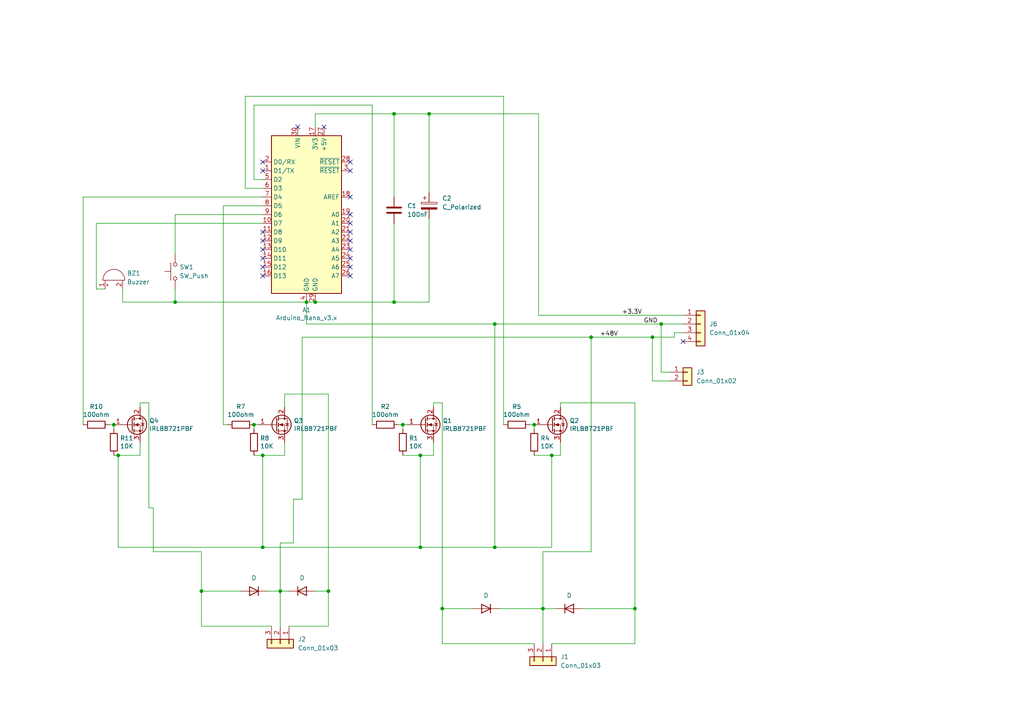
<source format=kicad_sch>
(kicad_sch (version 20250114) (generator "eeschema") (generator_version "9.0")
  (paper "A4")
  (lib_symbols
    (symbol "Connector_Generic:Conn_01x02" (pin_names (offset 1.016) (hide yes))
      (property "Reference" "J" (at 0 2.54 0))
      (property "Value" "Conn_01x02" (at 0 -5.08 0))
      (symbol "Conn_01x02_1_1"
        (rectangle (start -1.27 1.27) (end 1.27 -3.81) (stroke (width 0.254)) (fill (type background)))
        (rectangle (start -1.27 0.127) (end 0 -0.127) (stroke (width 0.1524)))
        (rectangle (start -1.27 -2.413) (end 0 -2.667) (stroke (width 0.1524)))
        (pin passive line (at -5.08 0 0) (length 3.81) (name "Pin_1") (number "1"))
        (pin passive line (at -5.08 -2.54 0) (length 3.81) (name "Pin_2") (number "2"))
      )
    )
    (symbol "Connector_Generic:Conn_01x03" (pin_names (offset 1.016) (hide yes))
      (property "Reference" "J" (at 0 5.08 0))
      (property "Value" "Conn_01x03" (at 0 -5.08 0))
      (symbol "Conn_01x03_1_1"
        (rectangle (start -1.27 3.81) (end 1.27 -3.81) (stroke (width 0.254)) (fill (type background)))
        (rectangle (start -1.27 2.667) (end 0 2.413) (stroke (width 0.1524)))
        (rectangle (start -1.27 0.127) (end 0 -0.127) (stroke (width 0.1524)))
        (rectangle (start -1.27 -2.413) (end 0 -2.667) (stroke (width 0.1524)))
        (pin passive line (at -5.08 2.54 0) (length 3.81) (name "Pin_1") (number "1"))
        (pin passive line (at -5.08 0 0) (length 3.81) (name "Pin_2") (number "2"))
        (pin passive line (at -5.08 -2.54 0) (length 3.81) (name "Pin_3") (number "3"))
      )
    )
    (symbol "Connector_Generic:Conn_01x04" (pin_names (offset 1.016) (hide yes))
      (property "Reference" "J" (at 0 5.08 0))
      (property "Value" "Conn_01x04" (at 0 -7.62 0))
      (symbol "Conn_01x04_1_1"
        (rectangle (start -1.27 3.81) (end 1.27 -6.35) (stroke (width 0.254)) (fill (type background)))
        (rectangle (start -1.27 2.667) (end 0 2.413) (stroke (width 0.1524)))
        (rectangle (start -1.27 0.127) (end 0 -0.127) (stroke (width 0.1524)))
        (rectangle (start -1.27 -2.413) (end 0 -2.667) (stroke (width 0.1524)))
        (rectangle (start -1.27 -4.953) (end 0 -5.207) (stroke (width 0.1524)))
        (pin passive line (at -5.08 2.54 0) (length 3.81) (name "Pin_1") (number "1"))
        (pin passive line (at -5.08 0 0) (length 3.81) (name "Pin_2") (number "2"))
        (pin passive line (at -5.08 -2.54 0) (length 3.81) (name "Pin_3") (number "3"))
        (pin passive line (at -5.08 -5.08 0) (length 3.81) (name "Pin_4") (number "4"))
      )
    )
    (symbol "Device:Buzzer" (pin_names (offset 0.0254) (hide yes))
      (property "Reference" "BZ" (at 3.81 1.27 0))
      (property "Value" "Buzzer" (at 3.81 -1.27 0))
      (symbol "Buzzer_0_1"
        (polyline (pts (xy -1.651 1.905) (xy -1.143 1.905)))
        (polyline (pts (xy -1.397 2.159) (xy -1.397 1.651)))
        (arc (start 0 3.175) (mid 3.1612 0) (end 0 -3.175))
        (polyline (pts (xy 0 3.175) (xy 0 -3.175)))
      )
      (symbol "Buzzer_1_1"
        (pin passive line (at -2.54 2.54 0) (length 2.54) (name "+") (number "1"))
        (pin passive line (at -2.54 -2.54 0) (length 2.54) (name "-") (number "2"))
      )
    )
    (symbol "Device:C" (pin_numbers (hide yes)) (pin_names (offset 0.254))
      (property "Reference" "C" (at 0.635 2.54 0))
      (property "Value" "C" (at 0.635 -2.54 0))
      (symbol "C_0_1"
        (polyline (pts (xy -2.032 0.762) (xy 2.032 0.762)) (stroke (width 0.508)))
        (polyline (pts (xy -2.032 -0.762) (xy 2.032 -0.762)) (stroke (width 0.508)))
      )
      (symbol "C_1_1"
        (pin passive line (at 0 3.81 270) (length 2.794) (name "~") (number "1"))
        (pin passive line (at 0 -3.81 90) (length 2.794) (name "~") (number "2"))
      )
    )
    (symbol "Device:C_Polarized" (pin_numbers (hide yes)) (pin_names (offset 0.254))
      (property "Reference" "C" (at 0.635 2.54 0))
      (property "Value" "C_Polarized" (at 0.635 -2.54 0))
      (symbol "C_Polarized_0_1"
        (rectangle (start -2.286 0.508) (end 2.286 1.016))
        (polyline (pts (xy -1.778 2.286) (xy -0.762 2.286)))
        (polyline (pts (xy -1.27 2.794) (xy -1.27 1.778)))
        (rectangle (start 2.286 -0.508) (end -2.286 -1.016) (fill (type outline)))
      )
      (symbol "C_Polarized_1_1"
        (pin passive line (at 0 3.81 270) (length 2.794) (name "~") (number "1"))
        (pin passive line (at 0 -3.81 90) (length 2.794) (name "~") (number "2"))
      )
    )
    (symbol "Device:D" (pin_numbers (hide yes)) (pin_names (offset 1.016) (hide yes))
      (property "Reference" "D" (at 0 2.54 0))
      (property "Value" "D" (at 0 -2.54 0))
      (symbol "D_0_1"
        (polyline (pts (xy -1.27 1.27) (xy -1.27 -1.27)) (stroke (width 0.254)))
        (polyline (pts (xy 1.27 1.27) (xy 1.27 -1.27) (xy -1.27 0) (xy 1.27 1.27)) (stroke (width 0.254)))
        (polyline (pts (xy 1.27 0) (xy -1.27 0)))
      )
      (symbol "D_1_1"
        (pin passive line (at -3.81 0 0) (length 2.54) (name "K") (number "1"))
        (pin passive line (at 3.81 0 180) (length 2.54) (name "A") (number "2"))
      )
    )
    (symbol "Device:R" (pin_numbers (hide yes)) (pin_names (offset 0))
      (property "Reference" "R" (at 2.032 0 90))
      (property "Value" "R" (at 0 0 90))
      (symbol "R_0_1"
        (rectangle (start -1.016 -2.54) (end 1.016 2.54) (stroke (width 0.254)))
      )
      (symbol "R_1_1"
        (pin passive line (at 0 3.81 270) (length 1.27) (name "~") (number "1"))
        (pin passive line (at 0 -3.81 90) (length 1.27) (name "~") (number "2"))
      )
    )
    (symbol "MCU_Module:Arduino_Nano_v3.x"
      (property "Reference" "A" (at -10.16 23.495 0))
      (property "Value" "Arduino_Nano_v3.x" (at 5.08 -24.13 0))
      (symbol "Arduino_Nano_v3.x_0_1"
        (rectangle (start -10.16 22.86) (end 10.16 -22.86) (stroke (width 0.254)) (fill (type background)))
      )
      (symbol "Arduino_Nano_v3.x_1_1"
        (pin bidirectional line (at -12.7 15.24 0) (length 2.54) (name "D0/RX") (number "2"))
        (pin bidirectional line (at -12.7 12.7 0) (length 2.54) (name "D1/TX") (number "1"))
        (pin bidirectional line (at -12.7 10.16 0) (length 2.54) (name "D2") (number "5"))
        (pin bidirectional line (at -12.7 7.62 0) (length 2.54) (name "D3") (number "6"))
        (pin bidirectional line (at -12.7 5.08 0) (length 2.54) (name "D4") (number "7"))
        (pin bidirectional line (at -12.7 2.54 0) (length 2.54) (name "D5") (number "8"))
        (pin bidirectional line (at -12.7 0 0) (length 2.54) (name "D6") (number "9"))
        (pin bidirectional line (at -12.7 -2.54 0) (length 2.54) (name "D7") (number "10"))
        (pin bidirectional line (at -12.7 -5.08 0) (length 2.54) (name "D8") (number "11"))
        (pin bidirectional line (at -12.7 -7.62 0) (length 2.54) (name "D9") (number "12"))
        (pin bidirectional line (at -12.7 -10.16 0) (length 2.54) (name "D10") (number "13"))
        (pin bidirectional line (at -12.7 -12.7 0) (length 2.54) (name "D11") (number "14"))
        (pin bidirectional line (at -12.7 -15.24 0) (length 2.54) (name "D12") (number "15"))
        (pin bidirectional line (at -12.7 -17.78 0) (length 2.54) (name "D13") (number "16"))
        (pin power_in line (at -2.54 25.4 270) (length 2.54) (name "VIN") (number "30"))
        (pin power_in line (at 0 -25.4 90) (length 2.54) (name "GND") (number "4"))
        (pin power_out line (at 2.54 25.4 270) (length 2.54) (name "3V3") (number "17"))
        (pin power_in line (at 2.54 -25.4 90) (length 2.54) (name "GND") (number "29"))
        (pin power_out line (at 5.08 25.4 270) (length 2.54) (name "+5V") (number "27"))
        (pin input line (at 12.7 15.24 180) (length 2.54) (name "~{RESET}") (number "28"))
        (pin input line (at 12.7 12.7 180) (length 2.54) (name "~{RESET}") (number "3"))
        (pin input line (at 12.7 5.08 180) (length 2.54) (name "AREF") (number "18"))
        (pin bidirectional line (at 12.7 0 180) (length 2.54) (name "A0") (number "19"))
        (pin bidirectional line (at 12.7 -2.54 180) (length 2.54) (name "A1") (number "20"))
        (pin bidirectional line (at 12.7 -5.08 180) (length 2.54) (name "A2") (number "21"))
        (pin bidirectional line (at 12.7 -7.62 180) (length 2.54) (name "A3") (number "22"))
        (pin bidirectional line (at 12.7 -10.16 180) (length 2.54) (name "A4") (number "23"))
        (pin bidirectional line (at 12.7 -12.7 180) (length 2.54) (name "A5") (number "24"))
        (pin bidirectional line (at 12.7 -15.24 180) (length 2.54) (name "A6") (number "25"))
        (pin bidirectional line (at 12.7 -17.78 180) (length 2.54) (name "A7") (number "26"))
      )
    )
    (symbol "Switch:SW_Push" (pin_numbers (hide yes)) (pin_names (offset 1.016) (hide yes))
      (property "Reference" "SW" (at 1.27 2.54 0))
      (property "Value" "SW_Push" (at 0 -1.524 0))
      (symbol "SW_Push_0_1"
        (circle (center -2.032 0) (radius 0.508))
        (polyline (pts (xy 0 1.27) (xy 0 3.048)))
        (circle (center 2.032 0) (radius 0.508))
        (polyline (pts (xy 2.54 1.27) (xy -2.54 1.27)))
        (pin passive line (at -5.08 0 0) (length 2.54) (name "1") (number "1"))
        (pin passive line (at 5.08 0 180) (length 2.54) (name "2") (number "2"))
      )
    )
    (symbol "Transistor_FET:IRLZ34N" (pin_names (hide yes))
      (property "Reference" "Q" (at 5.08 1.905 0))
      (property "Value" "IRLZ34N" (at 5.08 0 0))
      (symbol "IRLZ34N_0_1"
        (polyline (pts (xy 0.254 1.905) (xy 0.254 -1.905)) (stroke (width 0.254)))
        (polyline (pts (xy 0.254 0) (xy -2.54 0)))
        (polyline (pts (xy 0.762 2.286) (xy 0.762 1.27)) (stroke (width 0.254)))
        (polyline (pts (xy 0.762 0.508) (xy 0.762 -0.508)) (stroke (width 0.254)))
        (polyline (pts (xy 0.762 -1.27) (xy 0.762 -2.286)) (stroke (width 0.254)))
        (polyline (pts (xy 0.762 -1.778) (xy 3.302 -1.778) (xy 3.302 1.778) (xy 0.762 1.778)))
        (polyline (pts (xy 1.016 0) (xy 2.032 0.381) (xy 2.032 -0.381) (xy 1.016 0)) (fill (type outline)))
        (circle (center 1.651 0) (radius 2.794) (stroke (width 0.254)))
        (polyline (pts (xy 2.54 2.54) (xy 2.54 1.778)))
        (circle (center 2.54 1.778) (radius 0.254) (fill (type outline)))
        (circle (center 2.54 -1.778) (radius 0.254) (fill (type outline)))
        (polyline (pts (xy 2.54 -2.54) (xy 2.54 0) (xy 0.762 0)))
        (polyline (pts (xy 2.794 0.508) (xy 2.921 0.381) (xy 3.683 0.381) (xy 3.81 0.254)))
        (polyline (pts (xy 3.302 0.381) (xy 2.921 -0.254) (xy 3.683 -0.254) (xy 3.302 0.381)))
      )
      (symbol "IRLZ34N_1_1"
        (pin input line (at -5.08 0 0) (length 2.54) (name "G") (number "1"))
        (pin passive line (at 2.54 5.08 270) (length 2.54) (name "D") (number "2"))
        (pin passive line (at 2.54 -5.08 90) (length 2.54) (name "S") (number "3"))
      )
    )
  )
  (junction (at 157.48 176.53))
  (junction (at 114.3 33.02))
  (junction (at 76.2 158.75))
  (junction (at 88.9 87.63))
  (junction (at 34.29 132.08))
  (junction (at 91.44 87.63))
  (junction (at 114.3 87.63))
  (junction (at 81.28 171.45))
  (junction (at 73.66 123.19))
  (junction (at 160.02 132.08))
  (junction (at 189.23 97.79))
  (junction (at 116.84 123.19))
  (junction (at 33.02 123.19))
  (junction (at 121.92 158.75))
  (junction (at 121.92 132.08))
  (junction (at 124.46 33.02))
  (junction (at 76.2 132.08))
  (junction (at 184.15 176.53))
  (junction (at 171.45 97.79))
  (junction (at 143.51 158.75))
  (junction (at 58.42 171.45))
  (junction (at 50.8 87.63))
  (junction (at 191.77 93.98))
  (junction (at 95.25 171.45))
  (junction (at 154.94 123.19))
  (junction (at 143.51 93.98))
  (junction (at 128.27 176.53))
  (no_connect (at 101.6 46.99))
  (no_connect (at 101.6 49.53))
  (no_connect (at 86.36 36.83))
  (no_connect (at 76.2 77.47))
  (no_connect (at 101.6 62.23))
  (no_connect (at 76.2 72.39))
  (no_connect (at 76.2 49.53))
  (no_connect (at 101.6 64.77))
  (no_connect (at 198.12 99.06))
  (no_connect (at 101.6 80.01))
  (no_connect (at 101.6 69.85))
  (no_connect (at 101.6 67.31))
  (no_connect (at 76.2 46.99))
  (no_connect (at 101.6 77.47))
  (no_connect (at 93.98 36.83))
  (no_connect (at 101.6 72.39))
  (no_connect (at 76.2 74.93))
  (no_connect (at 76.2 69.85))
  (no_connect (at 76.2 67.31))
  (no_connect (at 101.6 57.15))
  (no_connect (at 101.6 74.93))
  (no_connect (at 76.2 80.01))
  (wire (pts (xy 95.25 114.3) (xy 82.55 114.3)))
  (wire (pts (xy 77.47 171.45) (xy 81.28 171.45)))
  (wire (pts (xy 88.9 87.63) (xy 91.44 87.63)))
  (wire (pts (xy 76.2 158.75) (xy 121.92 158.75)))
  (wire (pts (xy 128.27 176.53) (xy 128.27 186.69)))
  (wire (pts (xy 168.91 176.53) (xy 184.15 176.53)))
  (wire (pts (xy 44.45 160.02) (xy 58.42 160.02)))
  (wire (pts (xy 125.73 116.84) (xy 125.73 118.11)))
  (wire (pts (xy 128.27 176.53) (xy 137.16 176.53)))
  (wire (pts (xy 34.29 132.08) (xy 40.64 132.08)))
  (wire (pts (xy 58.42 181.61) (xy 78.74 181.61)))
  (wire (pts (xy 27.94 83.82) (xy 30.48 83.82)))
  (wire (pts (xy 87.63 144.78) (xy 85.09 144.78)))
  (wire (pts (xy 162.56 132.08) (xy 162.56 128.27)))
  (wire (pts (xy 184.15 176.53) (xy 184.15 186.69)))
  (wire (pts (xy 95.25 114.3) (xy 95.25 171.45)))
  (wire (pts (xy 43.18 147.32) (xy 43.18 116.84)))
  (wire (pts (xy 116.84 123.19) (xy 118.11 123.19)))
  (wire (pts (xy 95.25 181.61) (xy 83.82 181.61)))
  (wire (pts (xy 73.66 30.48) (xy 73.66 52.07)))
  (wire (pts (xy 171.45 97.79) (xy 189.23 97.79)))
  (wire (pts (xy 191.77 93.98) (xy 191.77 107.95)))
  (wire (pts (xy 171.45 160.02) (xy 157.48 160.02)))
  (wire (pts (xy 34.29 158.75) (xy 76.2 158.75)))
  (wire (pts (xy 64.77 59.69) (xy 64.77 123.19)))
  (wire (pts (xy 91.44 33.02) (xy 114.3 33.02)))
  (wire (pts (xy 143.51 93.98) (xy 143.51 158.75)))
  (wire (pts (xy 81.28 157.48) (xy 81.28 171.45)))
  (wire (pts (xy 124.46 33.02) (xy 156.21 33.02)))
  (wire (pts (xy 76.2 132.08) (xy 76.2 158.75)))
  (wire (pts (xy 195.58 97.79) (xy 195.58 96.52)))
  (wire (pts (xy 31.75 123.19) (xy 33.02 123.19)))
  (wire (pts (xy 24.13 57.15) (xy 24.13 123.19)))
  (wire (pts (xy 71.12 54.61) (xy 76.2 54.61)))
  (wire (pts (xy 91.44 87.63) (xy 114.3 87.63)))
  (wire (pts (xy 125.73 132.08) (xy 125.73 128.27)))
  (wire (pts (xy 128.27 116.84) (xy 128.27 176.53)))
  (wire (pts (xy 146.05 27.94) (xy 146.05 123.19)))
  (wire (pts (xy 128.27 186.69) (xy 154.94 186.69)))
  (wire (pts (xy 34.29 132.08) (xy 34.29 158.75)))
  (wire (pts (xy 156.21 33.02) (xy 156.21 91.44)))
  (wire (pts (xy 88.9 93.98) (xy 143.51 93.98)))
  (wire (pts (xy 87.63 97.79) (xy 171.45 97.79)))
  (wire (pts (xy 114.3 33.02) (xy 124.46 33.02)))
  (wire (pts (xy 73.66 132.08) (xy 76.2 132.08)))
  (wire (pts (xy 143.51 158.75) (xy 160.02 158.75)))
  (wire (pts (xy 71.12 27.94) (xy 146.05 27.94)))
  (wire (pts (xy 50.8 87.63) (xy 88.9 87.63)))
  (wire (pts (xy 157.48 160.02) (xy 157.48 176.53)))
  (wire (pts (xy 189.23 97.79) (xy 189.23 110.49)))
  (wire (pts (xy 40.64 132.08) (xy 40.64 128.27)))
  (wire (pts (xy 76.2 132.08) (xy 82.55 132.08)))
  (wire (pts (xy 162.56 116.84) (xy 162.56 118.11)))
  (wire (pts (xy 85.09 157.48) (xy 81.28 157.48)))
  (wire (pts (xy 121.92 158.75) (xy 143.51 158.75)))
  (wire (pts (xy 27.94 64.77) (xy 27.94 83.82)))
  (wire (pts (xy 144.78 176.53) (xy 157.48 176.53)))
  (wire (pts (xy 157.48 176.53) (xy 157.48 186.69)))
  (wire (pts (xy 58.42 160.02) (xy 58.42 171.45)))
  (wire (pts (xy 91.44 171.45) (xy 95.25 171.45)))
  (wire (pts (xy 124.46 87.63) (xy 124.46 63.5)))
  (wire (pts (xy 116.84 123.19) (xy 116.84 124.46)))
  (wire (pts (xy 95.25 171.45) (xy 95.25 181.61)))
  (wire (pts (xy 85.09 144.78) (xy 85.09 157.48)))
  (wire (pts (xy 64.77 123.19) (xy 66.04 123.19)))
  (wire (pts (xy 198.12 93.98) (xy 191.77 93.98)))
  (wire (pts (xy 121.92 132.08) (xy 125.73 132.08)))
  (wire (pts (xy 82.55 114.3) (xy 82.55 118.11)))
  (wire (pts (xy 44.45 147.32) (xy 44.45 160.02)))
  (wire (pts (xy 184.15 186.69) (xy 160.02 186.69)))
  (wire (pts (xy 35.56 87.63) (xy 35.56 83.82)))
  (wire (pts (xy 160.02 132.08) (xy 160.02 158.75)))
  (wire (pts (xy 116.84 132.08) (xy 121.92 132.08)))
  (wire (pts (xy 76.2 62.23) (xy 50.8 62.23)))
  (wire (pts (xy 124.46 33.02) (xy 124.46 55.88)))
  (wire (pts (xy 128.27 116.84) (xy 125.73 116.84)))
  (wire (pts (xy 121.92 132.08) (xy 121.92 158.75)))
  (wire (pts (xy 171.45 97.79) (xy 171.45 160.02)))
  (wire (pts (xy 73.66 52.07) (xy 76.2 52.07)))
  (wire (pts (xy 184.15 116.84) (xy 162.56 116.84)))
  (wire (pts (xy 194.31 107.95) (xy 191.77 107.95)))
  (wire (pts (xy 50.8 62.23) (xy 50.8 73.66)))
  (wire (pts (xy 156.21 91.44) (xy 198.12 91.44)))
  (wire (pts (xy 71.12 27.94) (xy 71.12 54.61)))
  (wire (pts (xy 35.56 87.63) (xy 50.8 87.63)))
  (wire (pts (xy 114.3 87.63) (xy 124.46 87.63)))
  (wire (pts (xy 91.44 33.02) (xy 91.44 36.83)))
  (wire (pts (xy 24.13 57.15) (xy 76.2 57.15)))
  (wire (pts (xy 157.48 176.53) (xy 161.29 176.53)))
  (wire (pts (xy 115.57 123.19) (xy 116.84 123.19)))
  (wire (pts (xy 189.23 97.79) (xy 195.58 97.79)))
  (wire (pts (xy 82.55 132.08) (xy 82.55 128.27)))
  (wire (pts (xy 81.28 171.45) (xy 83.82 171.45)))
  (wire (pts (xy 33.02 132.08) (xy 34.29 132.08)))
  (wire (pts (xy 88.9 87.63) (xy 88.9 93.98)))
  (wire (pts (xy 107.95 30.48) (xy 107.95 123.19)))
  (wire (pts (xy 33.02 123.19) (xy 33.02 124.46)))
  (wire (pts (xy 154.94 123.19) (xy 154.94 124.46)))
  (wire (pts (xy 73.66 123.19) (xy 74.93 123.19)))
  (wire (pts (xy 58.42 171.45) (xy 69.85 171.45)))
  (wire (pts (xy 81.28 171.45) (xy 81.28 181.61)))
  (wire (pts (xy 114.3 33.02) (xy 114.3 57.15)))
  (wire (pts (xy 50.8 83.82) (xy 50.8 87.63)))
  (wire (pts (xy 154.94 132.08) (xy 160.02 132.08)))
  (wire (pts (xy 73.66 123.19) (xy 73.66 124.46)))
  (wire (pts (xy 43.18 116.84) (xy 40.64 116.84)))
  (wire (pts (xy 27.94 64.77) (xy 76.2 64.77)))
  (wire (pts (xy 73.66 30.48) (xy 107.95 30.48)))
  (wire (pts (xy 44.45 147.32) (xy 43.18 147.32)))
  (wire (pts (xy 40.64 116.84) (xy 40.64 118.11)))
  (wire (pts (xy 153.67 123.19) (xy 154.94 123.19)))
  (wire (pts (xy 184.15 116.84) (xy 184.15 176.53)))
  (wire (pts (xy 191.77 93.98) (xy 143.51 93.98)))
  (wire (pts (xy 194.31 110.49) (xy 189.23 110.49)))
  (wire (pts (xy 114.3 64.77) (xy 114.3 87.63)))
  (wire (pts (xy 160.02 132.08) (xy 162.56 132.08)))
  (wire (pts (xy 195.58 96.52) (xy 198.12 96.52)))
  (wire (pts (xy 64.77 59.69) (xy 76.2 59.69)))
  (wire (pts (xy 87.63 97.79) (xy 87.63 144.78)))
  (wire (pts (xy 58.42 171.45) (xy 58.42 181.61)))
  (label "+3.3V" (at 180.34 91.44 0))
  (label "+48V" (at 173.99 97.79 0))
  (label "GND" (at 186.69 93.98 0))
  (symbol (lib_id "MCU_Module:Arduino_Nano_v3.x") (at 88.9 62.23 0) (unit 1)
    (property "Reference" "A1" (at 88.9 89.8906 0))
    (property "Value" "Arduino_Nano_v3.x" (at 88.9 92.202 0))
    (property "Footprint" "Module:Arduino_Nano" (effects (hide yes)))
    (property "Datasheet" "http://www.mouser.com/pdfdocs/Gravitech_Arduino_Nano3_0.pdf" (effects (hide yes)))
  )
  (symbol (lib_id "Transistor_FET:IRLZ34N") (at 123.19 123.19 0) (unit 1)
    (property "Reference" "Q1" (at 128.3716 122.0216 0) (effects (justify left)))
    (property "Value" "IRLB8721PBF" (at 128.3716 124.333 0) (effects (justify left)))
    (property "Footprint" "Package_TO_SOT_THT:TO-220-3_Vertical" (effects (hide yes)))
    (property "Datasheet" "http://www.infineon.com/dgdl/irlz34npbf.pdf?fileId=5546d462533600a40153567206892720" (effects (hide yes)))
  )
  (symbol (lib_id "Device:R") (at 111.76 123.19 270) (unit 1)
    (property "Reference" "R2" (at 111.76 117.9322 90))
    (property "Value" "100ohm" (at 111.76 120.2436 90))
    (property "Footprint" "Resistor_THT:R_Axial_DIN0204_L3.6mm_D1.6mm_P7.62mm_Horizontal" (effects (hide yes)))
  )
  (symbol (lib_id "Device:R") (at 116.84 128.27 0) (unit 1)
    (property "Reference" "R1" (at 118.618 127.1016 0) (effects (justify left)))
    (property "Value" "10K" (at 118.618 129.413 0) (effects (justify left)))
    (property "Footprint" "Resistor_THT:R_Axial_DIN0204_L3.6mm_D1.6mm_P7.62mm_Horizontal" (effects (hide yes)))
  )
  (symbol (lib_id "Device:R") (at 154.94 128.27 0) (unit 1)
    (property "Reference" "R4" (at 156.718 127.1016 0) (effects (justify left)))
    (property "Value" "10K" (at 156.718 129.413 0) (effects (justify left)))
    (property "Footprint" "Resistor_THT:R_Axial_DIN0204_L3.6mm_D1.6mm_P7.62mm_Horizontal" (effects (hide yes)))
  )
  (symbol (lib_id "Device:R") (at 149.86 123.19 270) (unit 1)
    (property "Reference" "R5" (at 149.86 117.9322 90))
    (property "Value" "100ohm" (at 149.86 120.2436 90))
    (property "Footprint" "Resistor_THT:R_Axial_DIN0204_L3.6mm_D1.6mm_P7.62mm_Horizontal" (effects (hide yes)))
  )
  (symbol (lib_id "Transistor_FET:IRLZ34N") (at 160.02 123.19 0) (unit 1)
    (property "Reference" "Q2" (at 165.2016 122.0216 0) (effects (justify left)))
    (property "Value" "IRLB8721PBF" (at 165.2016 124.333 0) (effects (justify left)))
    (property "Footprint" "Package_TO_SOT_THT:TO-220-3_Vertical" (effects (hide yes)))
    (property "Datasheet" "http://www.infineon.com/dgdl/irlz34npbf.pdf?fileId=5546d462533600a40153567206892720" (effects (hide yes)))
  )
  (symbol (lib_id "Device:D") (at 165.1 176.53 0) (unit 1)
    (property "Reference" "D2" (effects (hide yes)))
    (property "Value" "D" (at 165.1 172.72 0))
    (property "Footprint" "Diode_THT:D_A-405_P2.54mm_Vertical_AnodeUp" (effects (hide yes)))
    (property "Description" "Diode" (effects (hide yes)))
    (property "Sim.Device" "D" (effects (hide yes)))
    (property "Sim.Pins" "1=K 2=A" (effects (hide yes)))
  )
  (symbol (lib_id "Connector_Generic:Conn_01x03") (at 157.48 191.77 270) (unit 1)
    (property "Reference" "J1" (at 162.56 190.4999 90) (effects (justify left)))
    (property "Value" "Conn_01x03" (at 162.56 193.0399 90) (effects (justify left)))
    (property "Footprint" "Connector_Molex:Molex_KK-254_AE-6410-03A_1x03_P2.54mm_Vertical" (effects (hide yes)))
    (property "Description" "Generic connector, single row, 01x03, script generated (kicad-library-utils/schlib/autogen/connector/)" (effects (hide yes)))
  )
  (symbol (lib_id "Device:C") (at 114.3 60.96 0) (unit 1)
    (property "Reference" "C1" (at 118.11 59.6899 0) (effects (justify left)))
    (property "Value" "100nF" (at 118.11 62.2299 0) (effects (justify left)))
    (property "Footprint" "Capacitor_THT:C_Disc_D3.0mm_W1.6mm_P2.50mm" (effects (hide yes)))
    (property "Description" "Unpolarized capacitor" (effects (hide yes)))
  )
  (symbol (lib_id "Connector_Generic:Conn_01x03") (at 81.28 186.69 270) (unit 1)
    (property "Reference" "J2" (at 86.36 185.4199 90) (effects (justify left)))
    (property "Value" "Conn_01x03" (at 86.36 187.9599 90) (effects (justify left)))
    (property "Footprint" "Connector_Molex:Molex_KK-254_AE-6410-03A_1x03_P2.54mm_Vertical" (effects (hide yes)))
    (property "Description" "Generic connector, single row, 01x03, script generated (kicad-library-utils/schlib/autogen/connector/)" (effects (hide yes)))
  )
  (symbol (lib_id "Connector_Generic:Conn_01x02") (at 199.39 107.95 0) (unit 1)
    (property "Reference" "J3" (at 201.93 107.9499 0) (effects (justify left)))
    (property "Value" "Conn_01x02" (at 201.93 110.4899 0) (effects (justify left)))
    (property "Footprint" "Connector_Molex:Molex_KK-254_AE-6410-02A_1x02_P2.54mm_Vertical" (effects (hide yes)))
    (property "Description" "Generic connector, single row, 01x02, script generated (kicad-library-utils/schlib/autogen/connector/)" (effects (hide yes)))
  )
  (symbol (lib_id "Transistor_FET:IRLZ34N") (at 38.1 123.19 0) (unit 1)
    (property "Reference" "Q4" (at 43.2816 122.0216 0) (effects (justify left)))
    (property "Value" "IRLB8721PBF" (at 43.2816 124.333 0) (effects (justify left)))
    (property "Footprint" "Package_TO_SOT_THT:TO-220-3_Vertical" (effects (hide yes)))
    (property "Datasheet" "http://www.infineon.com/dgdl/irlz34npbf.pdf?fileId=5546d462533600a40153567206892720" (effects (hide yes)))
  )
  (symbol (lib_id "Device:R") (at 33.02 128.27 0) (unit 1)
    (property "Reference" "R11" (at 34.798 127.1016 0) (effects (justify left)))
    (property "Value" "10K" (at 34.798 129.413 0) (effects (justify left)))
    (property "Footprint" "Resistor_THT:R_Axial_DIN0204_L3.6mm_D1.6mm_P7.62mm_Horizontal" (effects (hide yes)))
  )
  (symbol (lib_id "Transistor_FET:IRLZ34N") (at 80.01 123.19 0) (unit 1)
    (property "Reference" "Q3" (at 85.1916 122.0216 0) (effects (justify left)))
    (property "Value" "IRLB8721PBF" (at 85.1916 124.333 0) (effects (justify left)))
    (property "Footprint" "Package_TO_SOT_THT:TO-220-3_Vertical" (effects (hide yes)))
    (property "Datasheet" "http://www.infineon.com/dgdl/irlz34npbf.pdf?fileId=5546d462533600a40153567206892720" (effects (hide yes)))
  )
  (symbol (lib_id "Device:D") (at 87.63 171.45 0) (unit 1)
    (property "Reference" "D1" (effects (hide yes)))
    (property "Value" "D" (at 87.63 167.64 0))
    (property "Footprint" "Diode_THT:D_A-405_P2.54mm_Vertical_AnodeUp" (effects (hide yes)))
    (property "Description" "Diode" (effects (hide yes)))
    (property "Sim.Device" "D" (effects (hide yes)))
    (property "Sim.Pins" "1=K 2=A" (effects (hide yes)))
  )
  (symbol (lib_id "Device:D") (at 140.97 176.53 180) (unit 1)
    (property "Reference" "D3" (effects (hide yes)))
    (property "Value" "D" (at 140.97 172.72 0))
    (property "Footprint" "Diode_THT:D_A-405_P2.54mm_Vertical_AnodeUp" (effects (hide yes)))
    (property "Description" "Diode" (effects (hide yes)))
    (property "Sim.Device" "D" (effects (hide yes)))
    (property "Sim.Pins" "1=K 2=A" (effects (hide yes)))
  )
  (symbol (lib_id "Device:R") (at 73.66 128.27 0) (unit 1)
    (property "Reference" "R8" (at 75.438 127.1016 0) (effects (justify left)))
    (property "Value" "10K" (at 75.438 129.413 0) (effects (justify left)))
    (property "Footprint" "Resistor_THT:R_Axial_DIN0204_L3.6mm_D1.6mm_P7.62mm_Horizontal" (effects (hide yes)))
  )
  (symbol (lib_id "Device:R") (at 27.94 123.19 270) (unit 1)
    (property "Reference" "R10" (at 27.94 117.9322 90))
    (property "Value" "100ohm" (at 27.94 120.2436 90))
    (property "Footprint" "Resistor_THT:R_Axial_DIN0204_L3.6mm_D1.6mm_P7.62mm_Horizontal" (effects (hide yes)))
  )
  (symbol (lib_id "Device:C_Polarized") (at 124.46 59.69 0) (unit 1)
    (property "Reference" "C2" (at 128.27 57.5309 0) (effects (justify left)))
    (property "Value" "C_Polarized" (at 128.27 60.0709 0) (effects (justify left)))
    (property "Footprint" "Capacitor_THT:CP_Axial_L10.0mm_D4.5mm_P15.00mm_Horizontal" (effects (hide yes)))
    (property "Description" "Polarized capacitor" (effects (hide yes)))
  )
  (symbol (lib_id "Connector_Generic:Conn_01x04") (at 203.2 93.98 0) (unit 1)
    (property "Reference" "J6" (at 205.74 93.9799 0) (effects (justify left)))
    (property "Value" "Conn_01x04" (at 205.74 96.5199 0) (effects (justify left)))
    (property "Footprint" "Connector_Molex:Molex_KK-254_AE-6410-04A_1x04_P2.54mm_Vertical" (effects (hide yes)))
    (property "Description" "Generic connector, single row, 01x04, script generated (kicad-library-utils/schlib/autogen/connector/)" (effects (hide yes)))
  )
  (symbol (lib_id "Device:R") (at 69.85 123.19 270) (unit 1)
    (property "Reference" "R7" (at 69.85 117.9322 90))
    (property "Value" "100ohm" (at 69.85 120.2436 90))
    (property "Footprint" "Resistor_THT:R_Axial_DIN0204_L3.6mm_D1.6mm_P7.62mm_Horizontal" (effects (hide yes)))
  )
  (symbol (lib_id "Device:Buzzer") (at 33.02 81.28 90) (unit 1)
    (property "Reference" "BZ1" (at 36.83 79.2548 90) (effects (justify right)))
    (property "Value" "Buzzer" (at 36.83 81.7948 90) (effects (justify right)))
    (property "Footprint" "Buzzer_Beeper:Buzzer_15x7.5RM7.6" (effects (hide yes)))
    (property "Description" "Buzzer, polarized" (effects (hide yes)))
  )
  (symbol (lib_id "Device:D") (at 73.66 171.45 180) (unit 1)
    (property "Reference" "D4" (effects (hide yes)))
    (property "Value" "D" (at 73.66 167.64 0))
    (property "Footprint" "Diode_THT:D_A-405_P2.54mm_Vertical_AnodeUp" (effects (hide yes)))
    (property "Description" "Diode" (effects (hide yes)))
    (property "Sim.Device" "D" (effects (hide yes)))
    (property "Sim.Pins" "1=K 2=A" (effects (hide yes)))
  )
  (symbol (lib_id "Switch:SW_Push") (at 50.8 78.74 90) (unit 1)
    (property "Reference" "SW1" (at 52.07 77.4699 90) (effects (justify right)))
    (property "Value" "SW_Push" (at 52.07 80.0099 90) (effects (justify right)))
    (property "Footprint" "Button_Switch_THT:SW_PUSH-12mm" (effects (hide yes)))
    (property "Description" "Push button switch, generic, two pins" (effects (hide yes)))
  )
)
</source>
